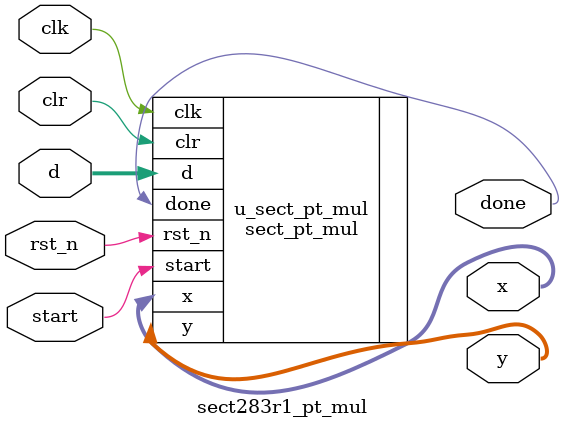
<source format=v>


module sect283r1_pt_mul (
    // System signals
    input clk,                      // system clock
    input rst_n,                    // system asynchronous reset, active low
    input clr,                      // synchronous clear

    // Data interface
    input start,                    // computation start
    input [282:0] d,                // input scalar
    output done,                    // computation done
    output [282:0] x,               // output x coordinate of d*G
    output [282:0] y                // output y coordinate of d*G
);

// Local parameters
localparam M = 283;                 // degree of f(x)
localparam FX = 283'h10a1;          // binary representation of f(x)
localparam B = 283'h27b680ac8b8596da5a4af8a19a0303fca97fd7645309fa2a581485af6263e313b79a2f5;        // coefficient b of E
localparam XG = 283'h5f939258db7dd90e1934f8c70b0dfec2eed25b8557eac9c80e2e198f8cdbecd86b12053;       // x coordinate of G
localparam YG = 283'h3676854fe24141cb98fe6d4b20d02b4516ff702350eddb0826779c813f0df45be8112f4;       // y coordinate of G
localparam XG_SQR = 283'h4b8f3a3a54246da95174108b93cd81c4737040cde4c31576a1856a1c20a87fd32798b3a;   // squaring of x coordinate of G
localparam XG_INV = 283'h7ba4d2655470fdd937954c1041ed1a140e38f0f57279e7c1ef6e8870297765e9d0fc95a;   // inversion of x coordinate of G
localparam NUM_CYCLE_MUL = 4;       // number of computation cycles minus 1 in f2m_mul module (= NUM_SEG)


// Instance
sect_pt_mul #(
    .M              (M),
    .FX             (FX),
    .B              (B),
    .XG             (XG),
    .YG             (YG),
    .XG_SQR         (XG_SQR),
    .XG_INV         (XG_INV),
    .NUM_CYCLE_MUL  (NUM_CYCLE_MUL)
) u_sect_pt_mul (
    .clk            (clk),
    .rst_n          (rst_n),
    .clr            (clr),
    .start          (start),
    .d              (d),
    .done           (done),
    .x              (x),
    .y              (y)
);


endmodule

</source>
